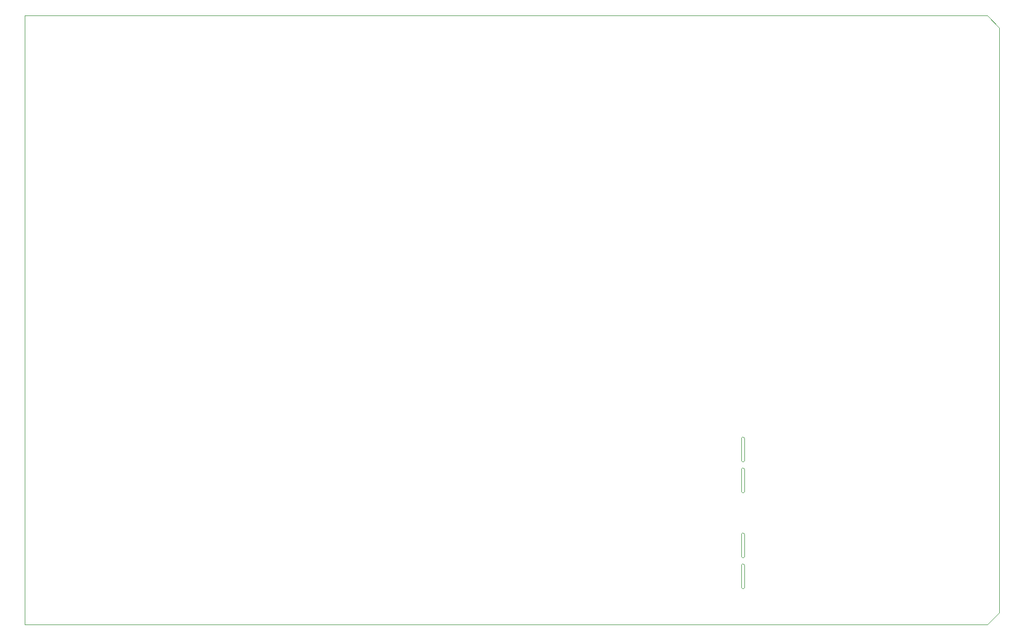
<source format=gbr>
G04 #@! TF.GenerationSoftware,KiCad,Pcbnew,5.1.4*
G04 #@! TF.CreationDate,2019-08-28T20:29:58+02:00*
G04 #@! TF.ProjectId,ETH1CJTAG,45544831-434a-4544-9147-2e6b69636164,rev?*
G04 #@! TF.SameCoordinates,Original*
G04 #@! TF.FileFunction,Profile,NP*
%FSLAX46Y46*%
G04 Gerber Fmt 4.6, Leading zero omitted, Abs format (unit mm)*
G04 Created by KiCad (PCBNEW 5.1.4) date 2019-08-28 20:29:58*
%MOMM*%
%LPD*%
G04 APERTURE LIST*
%ADD10C,0.050000*%
G04 APERTURE END LIST*
D10*
X186182000Y-130302000D02*
X186182000Y-133858000D01*
X185674000Y-130302000D02*
G75*
G02X186182000Y-130302000I254000J0D01*
G01*
X185674000Y-130302000D02*
X185674000Y-133858000D01*
X186182000Y-133858000D02*
G75*
G02X185674000Y-133858000I-254000J0D01*
G01*
X186182000Y-125222000D02*
X186182000Y-128778000D01*
X185674000Y-125222000D02*
G75*
G02X186182000Y-125222000I254000J0D01*
G01*
X185674000Y-125222000D02*
X185674000Y-128778000D01*
X186182000Y-128778000D02*
G75*
G02X185674000Y-128778000I-254000J0D01*
G01*
X186182000Y-114554000D02*
X186182000Y-118110000D01*
X185674000Y-114554000D02*
G75*
G02X186182000Y-114554000I254000J0D01*
G01*
X185674000Y-114554000D02*
X185674000Y-118110000D01*
X186182000Y-118110000D02*
G75*
G02X185674000Y-118110000I-254000J0D01*
G01*
X185674000Y-109474000D02*
G75*
G02X186182000Y-109474000I254000J0D01*
G01*
X186182000Y-113030000D02*
G75*
G02X185674000Y-113030000I-254000J0D01*
G01*
X186182000Y-109474000D02*
X186182000Y-113030000D01*
X185674000Y-109474000D02*
X185674000Y-113030000D01*
X226000000Y-140000000D02*
X228000000Y-138000000D01*
X226000000Y-40000000D02*
X228000000Y-42000000D01*
X68000000Y-140000000D02*
X68000000Y-40000000D01*
X226000000Y-140000000D02*
X68000000Y-140000000D01*
X228000000Y-42000000D02*
X228000000Y-138000000D01*
X68000000Y-40000000D02*
X226000000Y-40000000D01*
M02*

</source>
